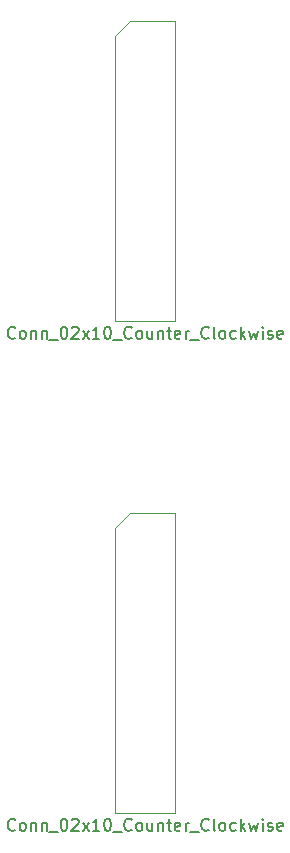
<source format=gbr>
G04 #@! TF.FileFunction,Other,Fab,Top*
%FSLAX46Y46*%
G04 Gerber Fmt 4.6, Leading zero omitted, Abs format (unit mm)*
G04 Created by KiCad (PCBNEW 4.0.7) date 04/11/18 13:12:21*
%MOMM*%
%LPD*%
G01*
G04 APERTURE LIST*
%ADD10C,0.100000*%
%ADD11C,0.150000*%
G04 APERTURE END LIST*
D10*
X106680000Y-68580000D02*
X110490000Y-68580000D01*
X110490000Y-68580000D02*
X110490000Y-93980000D01*
X110490000Y-93980000D02*
X105410000Y-93980000D01*
X105410000Y-93980000D02*
X105410000Y-69850000D01*
X105410000Y-69850000D02*
X106680000Y-68580000D01*
X106680000Y-110236000D02*
X110490000Y-110236000D01*
X110490000Y-110236000D02*
X110490000Y-135636000D01*
X110490000Y-135636000D02*
X105410000Y-135636000D01*
X105410000Y-135636000D02*
X105410000Y-111506000D01*
X105410000Y-111506000D02*
X106680000Y-110236000D01*
D11*
X96926189Y-95397143D02*
X96878570Y-95444762D01*
X96735713Y-95492381D01*
X96640475Y-95492381D01*
X96497617Y-95444762D01*
X96402379Y-95349524D01*
X96354760Y-95254286D01*
X96307141Y-95063810D01*
X96307141Y-94920952D01*
X96354760Y-94730476D01*
X96402379Y-94635238D01*
X96497617Y-94540000D01*
X96640475Y-94492381D01*
X96735713Y-94492381D01*
X96878570Y-94540000D01*
X96926189Y-94587619D01*
X97497617Y-95492381D02*
X97402379Y-95444762D01*
X97354760Y-95397143D01*
X97307141Y-95301905D01*
X97307141Y-95016190D01*
X97354760Y-94920952D01*
X97402379Y-94873333D01*
X97497617Y-94825714D01*
X97640475Y-94825714D01*
X97735713Y-94873333D01*
X97783332Y-94920952D01*
X97830951Y-95016190D01*
X97830951Y-95301905D01*
X97783332Y-95397143D01*
X97735713Y-95444762D01*
X97640475Y-95492381D01*
X97497617Y-95492381D01*
X98259522Y-94825714D02*
X98259522Y-95492381D01*
X98259522Y-94920952D02*
X98307141Y-94873333D01*
X98402379Y-94825714D01*
X98545237Y-94825714D01*
X98640475Y-94873333D01*
X98688094Y-94968571D01*
X98688094Y-95492381D01*
X99164284Y-94825714D02*
X99164284Y-95492381D01*
X99164284Y-94920952D02*
X99211903Y-94873333D01*
X99307141Y-94825714D01*
X99449999Y-94825714D01*
X99545237Y-94873333D01*
X99592856Y-94968571D01*
X99592856Y-95492381D01*
X99830951Y-95587619D02*
X100592856Y-95587619D01*
X101021427Y-94492381D02*
X101116666Y-94492381D01*
X101211904Y-94540000D01*
X101259523Y-94587619D01*
X101307142Y-94682857D01*
X101354761Y-94873333D01*
X101354761Y-95111429D01*
X101307142Y-95301905D01*
X101259523Y-95397143D01*
X101211904Y-95444762D01*
X101116666Y-95492381D01*
X101021427Y-95492381D01*
X100926189Y-95444762D01*
X100878570Y-95397143D01*
X100830951Y-95301905D01*
X100783332Y-95111429D01*
X100783332Y-94873333D01*
X100830951Y-94682857D01*
X100878570Y-94587619D01*
X100926189Y-94540000D01*
X101021427Y-94492381D01*
X101735713Y-94587619D02*
X101783332Y-94540000D01*
X101878570Y-94492381D01*
X102116666Y-94492381D01*
X102211904Y-94540000D01*
X102259523Y-94587619D01*
X102307142Y-94682857D01*
X102307142Y-94778095D01*
X102259523Y-94920952D01*
X101688094Y-95492381D01*
X102307142Y-95492381D01*
X102640475Y-95492381D02*
X103164285Y-94825714D01*
X102640475Y-94825714D02*
X103164285Y-95492381D01*
X104069047Y-95492381D02*
X103497618Y-95492381D01*
X103783332Y-95492381D02*
X103783332Y-94492381D01*
X103688094Y-94635238D01*
X103592856Y-94730476D01*
X103497618Y-94778095D01*
X104688094Y-94492381D02*
X104783333Y-94492381D01*
X104878571Y-94540000D01*
X104926190Y-94587619D01*
X104973809Y-94682857D01*
X105021428Y-94873333D01*
X105021428Y-95111429D01*
X104973809Y-95301905D01*
X104926190Y-95397143D01*
X104878571Y-95444762D01*
X104783333Y-95492381D01*
X104688094Y-95492381D01*
X104592856Y-95444762D01*
X104545237Y-95397143D01*
X104497618Y-95301905D01*
X104449999Y-95111429D01*
X104449999Y-94873333D01*
X104497618Y-94682857D01*
X104545237Y-94587619D01*
X104592856Y-94540000D01*
X104688094Y-94492381D01*
X105211904Y-95587619D02*
X105973809Y-95587619D01*
X106783333Y-95397143D02*
X106735714Y-95444762D01*
X106592857Y-95492381D01*
X106497619Y-95492381D01*
X106354761Y-95444762D01*
X106259523Y-95349524D01*
X106211904Y-95254286D01*
X106164285Y-95063810D01*
X106164285Y-94920952D01*
X106211904Y-94730476D01*
X106259523Y-94635238D01*
X106354761Y-94540000D01*
X106497619Y-94492381D01*
X106592857Y-94492381D01*
X106735714Y-94540000D01*
X106783333Y-94587619D01*
X107354761Y-95492381D02*
X107259523Y-95444762D01*
X107211904Y-95397143D01*
X107164285Y-95301905D01*
X107164285Y-95016190D01*
X107211904Y-94920952D01*
X107259523Y-94873333D01*
X107354761Y-94825714D01*
X107497619Y-94825714D01*
X107592857Y-94873333D01*
X107640476Y-94920952D01*
X107688095Y-95016190D01*
X107688095Y-95301905D01*
X107640476Y-95397143D01*
X107592857Y-95444762D01*
X107497619Y-95492381D01*
X107354761Y-95492381D01*
X108545238Y-94825714D02*
X108545238Y-95492381D01*
X108116666Y-94825714D02*
X108116666Y-95349524D01*
X108164285Y-95444762D01*
X108259523Y-95492381D01*
X108402381Y-95492381D01*
X108497619Y-95444762D01*
X108545238Y-95397143D01*
X109021428Y-94825714D02*
X109021428Y-95492381D01*
X109021428Y-94920952D02*
X109069047Y-94873333D01*
X109164285Y-94825714D01*
X109307143Y-94825714D01*
X109402381Y-94873333D01*
X109450000Y-94968571D01*
X109450000Y-95492381D01*
X109783333Y-94825714D02*
X110164285Y-94825714D01*
X109926190Y-94492381D02*
X109926190Y-95349524D01*
X109973809Y-95444762D01*
X110069047Y-95492381D01*
X110164285Y-95492381D01*
X110878572Y-95444762D02*
X110783334Y-95492381D01*
X110592857Y-95492381D01*
X110497619Y-95444762D01*
X110450000Y-95349524D01*
X110450000Y-94968571D01*
X110497619Y-94873333D01*
X110592857Y-94825714D01*
X110783334Y-94825714D01*
X110878572Y-94873333D01*
X110926191Y-94968571D01*
X110926191Y-95063810D01*
X110450000Y-95159048D01*
X111354762Y-95492381D02*
X111354762Y-94825714D01*
X111354762Y-95016190D02*
X111402381Y-94920952D01*
X111450000Y-94873333D01*
X111545238Y-94825714D01*
X111640477Y-94825714D01*
X111735715Y-95587619D02*
X112497620Y-95587619D01*
X113307144Y-95397143D02*
X113259525Y-95444762D01*
X113116668Y-95492381D01*
X113021430Y-95492381D01*
X112878572Y-95444762D01*
X112783334Y-95349524D01*
X112735715Y-95254286D01*
X112688096Y-95063810D01*
X112688096Y-94920952D01*
X112735715Y-94730476D01*
X112783334Y-94635238D01*
X112878572Y-94540000D01*
X113021430Y-94492381D01*
X113116668Y-94492381D01*
X113259525Y-94540000D01*
X113307144Y-94587619D01*
X113878572Y-95492381D02*
X113783334Y-95444762D01*
X113735715Y-95349524D01*
X113735715Y-94492381D01*
X114402382Y-95492381D02*
X114307144Y-95444762D01*
X114259525Y-95397143D01*
X114211906Y-95301905D01*
X114211906Y-95016190D01*
X114259525Y-94920952D01*
X114307144Y-94873333D01*
X114402382Y-94825714D01*
X114545240Y-94825714D01*
X114640478Y-94873333D01*
X114688097Y-94920952D01*
X114735716Y-95016190D01*
X114735716Y-95301905D01*
X114688097Y-95397143D01*
X114640478Y-95444762D01*
X114545240Y-95492381D01*
X114402382Y-95492381D01*
X115592859Y-95444762D02*
X115497621Y-95492381D01*
X115307144Y-95492381D01*
X115211906Y-95444762D01*
X115164287Y-95397143D01*
X115116668Y-95301905D01*
X115116668Y-95016190D01*
X115164287Y-94920952D01*
X115211906Y-94873333D01*
X115307144Y-94825714D01*
X115497621Y-94825714D01*
X115592859Y-94873333D01*
X116021430Y-95492381D02*
X116021430Y-94492381D01*
X116116668Y-95111429D02*
X116402383Y-95492381D01*
X116402383Y-94825714D02*
X116021430Y-95206667D01*
X116735716Y-94825714D02*
X116926192Y-95492381D01*
X117116669Y-95016190D01*
X117307145Y-95492381D01*
X117497621Y-94825714D01*
X117878573Y-95492381D02*
X117878573Y-94825714D01*
X117878573Y-94492381D02*
X117830954Y-94540000D01*
X117878573Y-94587619D01*
X117926192Y-94540000D01*
X117878573Y-94492381D01*
X117878573Y-94587619D01*
X118307144Y-95444762D02*
X118402382Y-95492381D01*
X118592858Y-95492381D01*
X118688097Y-95444762D01*
X118735716Y-95349524D01*
X118735716Y-95301905D01*
X118688097Y-95206667D01*
X118592858Y-95159048D01*
X118450001Y-95159048D01*
X118354763Y-95111429D01*
X118307144Y-95016190D01*
X118307144Y-94968571D01*
X118354763Y-94873333D01*
X118450001Y-94825714D01*
X118592858Y-94825714D01*
X118688097Y-94873333D01*
X119545240Y-95444762D02*
X119450002Y-95492381D01*
X119259525Y-95492381D01*
X119164287Y-95444762D01*
X119116668Y-95349524D01*
X119116668Y-94968571D01*
X119164287Y-94873333D01*
X119259525Y-94825714D01*
X119450002Y-94825714D01*
X119545240Y-94873333D01*
X119592859Y-94968571D01*
X119592859Y-95063810D01*
X119116668Y-95159048D01*
X96926189Y-137053143D02*
X96878570Y-137100762D01*
X96735713Y-137148381D01*
X96640475Y-137148381D01*
X96497617Y-137100762D01*
X96402379Y-137005524D01*
X96354760Y-136910286D01*
X96307141Y-136719810D01*
X96307141Y-136576952D01*
X96354760Y-136386476D01*
X96402379Y-136291238D01*
X96497617Y-136196000D01*
X96640475Y-136148381D01*
X96735713Y-136148381D01*
X96878570Y-136196000D01*
X96926189Y-136243619D01*
X97497617Y-137148381D02*
X97402379Y-137100762D01*
X97354760Y-137053143D01*
X97307141Y-136957905D01*
X97307141Y-136672190D01*
X97354760Y-136576952D01*
X97402379Y-136529333D01*
X97497617Y-136481714D01*
X97640475Y-136481714D01*
X97735713Y-136529333D01*
X97783332Y-136576952D01*
X97830951Y-136672190D01*
X97830951Y-136957905D01*
X97783332Y-137053143D01*
X97735713Y-137100762D01*
X97640475Y-137148381D01*
X97497617Y-137148381D01*
X98259522Y-136481714D02*
X98259522Y-137148381D01*
X98259522Y-136576952D02*
X98307141Y-136529333D01*
X98402379Y-136481714D01*
X98545237Y-136481714D01*
X98640475Y-136529333D01*
X98688094Y-136624571D01*
X98688094Y-137148381D01*
X99164284Y-136481714D02*
X99164284Y-137148381D01*
X99164284Y-136576952D02*
X99211903Y-136529333D01*
X99307141Y-136481714D01*
X99449999Y-136481714D01*
X99545237Y-136529333D01*
X99592856Y-136624571D01*
X99592856Y-137148381D01*
X99830951Y-137243619D02*
X100592856Y-137243619D01*
X101021427Y-136148381D02*
X101116666Y-136148381D01*
X101211904Y-136196000D01*
X101259523Y-136243619D01*
X101307142Y-136338857D01*
X101354761Y-136529333D01*
X101354761Y-136767429D01*
X101307142Y-136957905D01*
X101259523Y-137053143D01*
X101211904Y-137100762D01*
X101116666Y-137148381D01*
X101021427Y-137148381D01*
X100926189Y-137100762D01*
X100878570Y-137053143D01*
X100830951Y-136957905D01*
X100783332Y-136767429D01*
X100783332Y-136529333D01*
X100830951Y-136338857D01*
X100878570Y-136243619D01*
X100926189Y-136196000D01*
X101021427Y-136148381D01*
X101735713Y-136243619D02*
X101783332Y-136196000D01*
X101878570Y-136148381D01*
X102116666Y-136148381D01*
X102211904Y-136196000D01*
X102259523Y-136243619D01*
X102307142Y-136338857D01*
X102307142Y-136434095D01*
X102259523Y-136576952D01*
X101688094Y-137148381D01*
X102307142Y-137148381D01*
X102640475Y-137148381D02*
X103164285Y-136481714D01*
X102640475Y-136481714D02*
X103164285Y-137148381D01*
X104069047Y-137148381D02*
X103497618Y-137148381D01*
X103783332Y-137148381D02*
X103783332Y-136148381D01*
X103688094Y-136291238D01*
X103592856Y-136386476D01*
X103497618Y-136434095D01*
X104688094Y-136148381D02*
X104783333Y-136148381D01*
X104878571Y-136196000D01*
X104926190Y-136243619D01*
X104973809Y-136338857D01*
X105021428Y-136529333D01*
X105021428Y-136767429D01*
X104973809Y-136957905D01*
X104926190Y-137053143D01*
X104878571Y-137100762D01*
X104783333Y-137148381D01*
X104688094Y-137148381D01*
X104592856Y-137100762D01*
X104545237Y-137053143D01*
X104497618Y-136957905D01*
X104449999Y-136767429D01*
X104449999Y-136529333D01*
X104497618Y-136338857D01*
X104545237Y-136243619D01*
X104592856Y-136196000D01*
X104688094Y-136148381D01*
X105211904Y-137243619D02*
X105973809Y-137243619D01*
X106783333Y-137053143D02*
X106735714Y-137100762D01*
X106592857Y-137148381D01*
X106497619Y-137148381D01*
X106354761Y-137100762D01*
X106259523Y-137005524D01*
X106211904Y-136910286D01*
X106164285Y-136719810D01*
X106164285Y-136576952D01*
X106211904Y-136386476D01*
X106259523Y-136291238D01*
X106354761Y-136196000D01*
X106497619Y-136148381D01*
X106592857Y-136148381D01*
X106735714Y-136196000D01*
X106783333Y-136243619D01*
X107354761Y-137148381D02*
X107259523Y-137100762D01*
X107211904Y-137053143D01*
X107164285Y-136957905D01*
X107164285Y-136672190D01*
X107211904Y-136576952D01*
X107259523Y-136529333D01*
X107354761Y-136481714D01*
X107497619Y-136481714D01*
X107592857Y-136529333D01*
X107640476Y-136576952D01*
X107688095Y-136672190D01*
X107688095Y-136957905D01*
X107640476Y-137053143D01*
X107592857Y-137100762D01*
X107497619Y-137148381D01*
X107354761Y-137148381D01*
X108545238Y-136481714D02*
X108545238Y-137148381D01*
X108116666Y-136481714D02*
X108116666Y-137005524D01*
X108164285Y-137100762D01*
X108259523Y-137148381D01*
X108402381Y-137148381D01*
X108497619Y-137100762D01*
X108545238Y-137053143D01*
X109021428Y-136481714D02*
X109021428Y-137148381D01*
X109021428Y-136576952D02*
X109069047Y-136529333D01*
X109164285Y-136481714D01*
X109307143Y-136481714D01*
X109402381Y-136529333D01*
X109450000Y-136624571D01*
X109450000Y-137148381D01*
X109783333Y-136481714D02*
X110164285Y-136481714D01*
X109926190Y-136148381D02*
X109926190Y-137005524D01*
X109973809Y-137100762D01*
X110069047Y-137148381D01*
X110164285Y-137148381D01*
X110878572Y-137100762D02*
X110783334Y-137148381D01*
X110592857Y-137148381D01*
X110497619Y-137100762D01*
X110450000Y-137005524D01*
X110450000Y-136624571D01*
X110497619Y-136529333D01*
X110592857Y-136481714D01*
X110783334Y-136481714D01*
X110878572Y-136529333D01*
X110926191Y-136624571D01*
X110926191Y-136719810D01*
X110450000Y-136815048D01*
X111354762Y-137148381D02*
X111354762Y-136481714D01*
X111354762Y-136672190D02*
X111402381Y-136576952D01*
X111450000Y-136529333D01*
X111545238Y-136481714D01*
X111640477Y-136481714D01*
X111735715Y-137243619D02*
X112497620Y-137243619D01*
X113307144Y-137053143D02*
X113259525Y-137100762D01*
X113116668Y-137148381D01*
X113021430Y-137148381D01*
X112878572Y-137100762D01*
X112783334Y-137005524D01*
X112735715Y-136910286D01*
X112688096Y-136719810D01*
X112688096Y-136576952D01*
X112735715Y-136386476D01*
X112783334Y-136291238D01*
X112878572Y-136196000D01*
X113021430Y-136148381D01*
X113116668Y-136148381D01*
X113259525Y-136196000D01*
X113307144Y-136243619D01*
X113878572Y-137148381D02*
X113783334Y-137100762D01*
X113735715Y-137005524D01*
X113735715Y-136148381D01*
X114402382Y-137148381D02*
X114307144Y-137100762D01*
X114259525Y-137053143D01*
X114211906Y-136957905D01*
X114211906Y-136672190D01*
X114259525Y-136576952D01*
X114307144Y-136529333D01*
X114402382Y-136481714D01*
X114545240Y-136481714D01*
X114640478Y-136529333D01*
X114688097Y-136576952D01*
X114735716Y-136672190D01*
X114735716Y-136957905D01*
X114688097Y-137053143D01*
X114640478Y-137100762D01*
X114545240Y-137148381D01*
X114402382Y-137148381D01*
X115592859Y-137100762D02*
X115497621Y-137148381D01*
X115307144Y-137148381D01*
X115211906Y-137100762D01*
X115164287Y-137053143D01*
X115116668Y-136957905D01*
X115116668Y-136672190D01*
X115164287Y-136576952D01*
X115211906Y-136529333D01*
X115307144Y-136481714D01*
X115497621Y-136481714D01*
X115592859Y-136529333D01*
X116021430Y-137148381D02*
X116021430Y-136148381D01*
X116116668Y-136767429D02*
X116402383Y-137148381D01*
X116402383Y-136481714D02*
X116021430Y-136862667D01*
X116735716Y-136481714D02*
X116926192Y-137148381D01*
X117116669Y-136672190D01*
X117307145Y-137148381D01*
X117497621Y-136481714D01*
X117878573Y-137148381D02*
X117878573Y-136481714D01*
X117878573Y-136148381D02*
X117830954Y-136196000D01*
X117878573Y-136243619D01*
X117926192Y-136196000D01*
X117878573Y-136148381D01*
X117878573Y-136243619D01*
X118307144Y-137100762D02*
X118402382Y-137148381D01*
X118592858Y-137148381D01*
X118688097Y-137100762D01*
X118735716Y-137005524D01*
X118735716Y-136957905D01*
X118688097Y-136862667D01*
X118592858Y-136815048D01*
X118450001Y-136815048D01*
X118354763Y-136767429D01*
X118307144Y-136672190D01*
X118307144Y-136624571D01*
X118354763Y-136529333D01*
X118450001Y-136481714D01*
X118592858Y-136481714D01*
X118688097Y-136529333D01*
X119545240Y-137100762D02*
X119450002Y-137148381D01*
X119259525Y-137148381D01*
X119164287Y-137100762D01*
X119116668Y-137005524D01*
X119116668Y-136624571D01*
X119164287Y-136529333D01*
X119259525Y-136481714D01*
X119450002Y-136481714D01*
X119545240Y-136529333D01*
X119592859Y-136624571D01*
X119592859Y-136719810D01*
X119116668Y-136815048D01*
M02*

</source>
